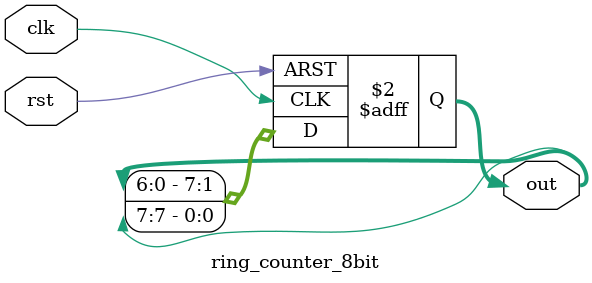
<source format=v>
module ring_counter_8bit (
    input  wire clk,
    input  wire rst,       
    output reg  [7:0] out
);

    always @(posedge clk or posedge rst) begin
        if (rst) begin
            
            out <= 8'b00000001;
        end else begin
            
            out <= { out[6:0], out[7] };
        end
    end

endmodule

</source>
